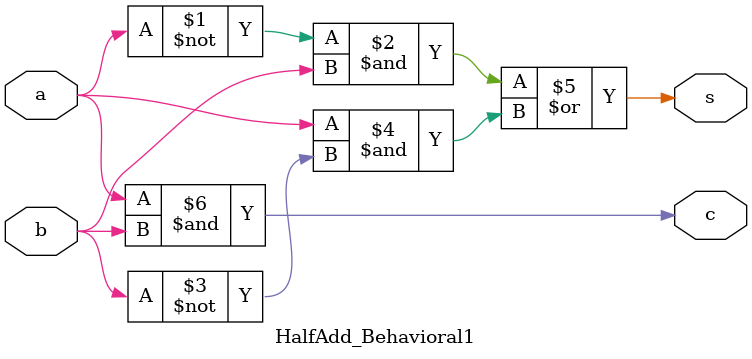
<source format=v>
/******************
* Half Adder      *
* Structural      *
* Specification 1 *
*******************/

module HalfAdd_Behavioral1 (
    a, b, c, s
);
input a,b;
output c,s;
assign s=(~a&b)|(a&~b);
assign c=a&b;

endmodule
</source>
